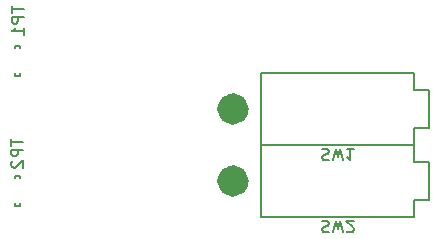
<source format=gbr>
%TF.GenerationSoftware,KiCad,Pcbnew,8.0.8+dfsg-1*%
%TF.CreationDate,2025-07-13T00:01:04+05:30*%
%TF.ProjectId,resistor_board,72657369-7374-46f7-925f-626f6172642e,rev?*%
%TF.SameCoordinates,Original*%
%TF.FileFunction,Legend,Bot*%
%TF.FilePolarity,Positive*%
%FSLAX46Y46*%
G04 Gerber Fmt 4.6, Leading zero omitted, Abs format (unit mm)*
G04 Created by KiCad (PCBNEW 8.0.8+dfsg-1) date 2025-07-13 00:01:04*
%MOMM*%
%LPD*%
G01*
G04 APERTURE LIST*
%ADD10C,0.150000*%
%ADD11C,0.127000*%
%ADD12C,0.152400*%
%ADD13C,1.320000*%
G04 APERTURE END LIST*
D10*
X118431919Y-60073695D02*
X118431919Y-60645123D01*
X119431919Y-60359409D02*
X118431919Y-60359409D01*
X119431919Y-60978457D02*
X118431919Y-60978457D01*
X118431919Y-60978457D02*
X118431919Y-61359409D01*
X118431919Y-61359409D02*
X118479538Y-61454647D01*
X118479538Y-61454647D02*
X118527157Y-61502266D01*
X118527157Y-61502266D02*
X118622395Y-61549885D01*
X118622395Y-61549885D02*
X118765252Y-61549885D01*
X118765252Y-61549885D02*
X118860490Y-61502266D01*
X118860490Y-61502266D02*
X118908109Y-61454647D01*
X118908109Y-61454647D02*
X118955728Y-61359409D01*
X118955728Y-61359409D02*
X118955728Y-60978457D01*
X119431919Y-62502266D02*
X119431919Y-61930838D01*
X119431919Y-62216552D02*
X118431919Y-62216552D01*
X118431919Y-62216552D02*
X118574776Y-62121314D01*
X118574776Y-62121314D02*
X118670014Y-62026076D01*
X118670014Y-62026076D02*
X118717633Y-61930838D01*
X144711767Y-72184400D02*
X144854624Y-72136780D01*
X144854624Y-72136780D02*
X145092719Y-72136780D01*
X145092719Y-72136780D02*
X145187957Y-72184400D01*
X145187957Y-72184400D02*
X145235576Y-72232019D01*
X145235576Y-72232019D02*
X145283195Y-72327257D01*
X145283195Y-72327257D02*
X145283195Y-72422495D01*
X145283195Y-72422495D02*
X145235576Y-72517733D01*
X145235576Y-72517733D02*
X145187957Y-72565352D01*
X145187957Y-72565352D02*
X145092719Y-72612971D01*
X145092719Y-72612971D02*
X144902243Y-72660590D01*
X144902243Y-72660590D02*
X144807005Y-72708209D01*
X144807005Y-72708209D02*
X144759386Y-72755828D01*
X144759386Y-72755828D02*
X144711767Y-72851066D01*
X144711767Y-72851066D02*
X144711767Y-72946304D01*
X144711767Y-72946304D02*
X144759386Y-73041542D01*
X144759386Y-73041542D02*
X144807005Y-73089161D01*
X144807005Y-73089161D02*
X144902243Y-73136780D01*
X144902243Y-73136780D02*
X145140338Y-73136780D01*
X145140338Y-73136780D02*
X145283195Y-73089161D01*
X145616529Y-73136780D02*
X145854624Y-72136780D01*
X145854624Y-72136780D02*
X146045100Y-72851066D01*
X146045100Y-72851066D02*
X146235576Y-72136780D01*
X146235576Y-72136780D02*
X146473672Y-73136780D01*
X147378433Y-72136780D02*
X146807005Y-72136780D01*
X147092719Y-72136780D02*
X147092719Y-73136780D01*
X147092719Y-73136780D02*
X146997481Y-72993923D01*
X146997481Y-72993923D02*
X146902243Y-72898685D01*
X146902243Y-72898685D02*
X146807005Y-72851066D01*
X144711767Y-78280400D02*
X144854624Y-78232780D01*
X144854624Y-78232780D02*
X145092719Y-78232780D01*
X145092719Y-78232780D02*
X145187957Y-78280400D01*
X145187957Y-78280400D02*
X145235576Y-78328019D01*
X145235576Y-78328019D02*
X145283195Y-78423257D01*
X145283195Y-78423257D02*
X145283195Y-78518495D01*
X145283195Y-78518495D02*
X145235576Y-78613733D01*
X145235576Y-78613733D02*
X145187957Y-78661352D01*
X145187957Y-78661352D02*
X145092719Y-78708971D01*
X145092719Y-78708971D02*
X144902243Y-78756590D01*
X144902243Y-78756590D02*
X144807005Y-78804209D01*
X144807005Y-78804209D02*
X144759386Y-78851828D01*
X144759386Y-78851828D02*
X144711767Y-78947066D01*
X144711767Y-78947066D02*
X144711767Y-79042304D01*
X144711767Y-79042304D02*
X144759386Y-79137542D01*
X144759386Y-79137542D02*
X144807005Y-79185161D01*
X144807005Y-79185161D02*
X144902243Y-79232780D01*
X144902243Y-79232780D02*
X145140338Y-79232780D01*
X145140338Y-79232780D02*
X145283195Y-79185161D01*
X145616529Y-79232780D02*
X145854624Y-78232780D01*
X145854624Y-78232780D02*
X146045100Y-78947066D01*
X146045100Y-78947066D02*
X146235576Y-78232780D01*
X146235576Y-78232780D02*
X146473672Y-79232780D01*
X146807005Y-79137542D02*
X146854624Y-79185161D01*
X146854624Y-79185161D02*
X146949862Y-79232780D01*
X146949862Y-79232780D02*
X147187957Y-79232780D01*
X147187957Y-79232780D02*
X147283195Y-79185161D01*
X147283195Y-79185161D02*
X147330814Y-79137542D01*
X147330814Y-79137542D02*
X147378433Y-79042304D01*
X147378433Y-79042304D02*
X147378433Y-78947066D01*
X147378433Y-78947066D02*
X147330814Y-78804209D01*
X147330814Y-78804209D02*
X146759386Y-78232780D01*
X146759386Y-78232780D02*
X147378433Y-78232780D01*
X118399919Y-71327695D02*
X118399919Y-71899123D01*
X119399919Y-71613409D02*
X118399919Y-71613409D01*
X119399919Y-72232457D02*
X118399919Y-72232457D01*
X118399919Y-72232457D02*
X118399919Y-72613409D01*
X118399919Y-72613409D02*
X118447538Y-72708647D01*
X118447538Y-72708647D02*
X118495157Y-72756266D01*
X118495157Y-72756266D02*
X118590395Y-72803885D01*
X118590395Y-72803885D02*
X118733252Y-72803885D01*
X118733252Y-72803885D02*
X118828490Y-72756266D01*
X118828490Y-72756266D02*
X118876109Y-72708647D01*
X118876109Y-72708647D02*
X118923728Y-72613409D01*
X118923728Y-72613409D02*
X118923728Y-72232457D01*
X118495157Y-73184838D02*
X118447538Y-73232457D01*
X118447538Y-73232457D02*
X118399919Y-73327695D01*
X118399919Y-73327695D02*
X118399919Y-73565790D01*
X118399919Y-73565790D02*
X118447538Y-73661028D01*
X118447538Y-73661028D02*
X118495157Y-73708647D01*
X118495157Y-73708647D02*
X118590395Y-73756266D01*
X118590395Y-73756266D02*
X118685633Y-73756266D01*
X118685633Y-73756266D02*
X118828490Y-73708647D01*
X118828490Y-73708647D02*
X119399919Y-73137219D01*
X119399919Y-73137219D02*
X119399919Y-73756266D01*
D11*
%TO.C,TP1*%
X118729200Y-63415600D02*
X119161000Y-63415600D01*
X118729200Y-63600600D02*
X118729200Y-63415600D01*
X118729200Y-65955600D02*
X118729200Y-65770600D01*
X119161000Y-63415600D02*
X119161000Y-63600600D01*
X119161000Y-65770600D02*
X119161000Y-65955600D01*
X119161000Y-65955600D02*
X118729200Y-65955600D01*
D12*
%TO.C,SW1*%
X139568100Y-65759000D02*
X152522100Y-65759000D01*
X139568100Y-71804200D02*
X139568100Y-65759000D01*
X152522100Y-65759000D02*
X152522100Y-67156000D01*
X152522100Y-67156000D02*
X153766700Y-67156000D01*
X152522100Y-70407200D02*
X152522100Y-71804200D01*
X152522100Y-71804200D02*
X139568100Y-71804200D01*
X153766700Y-67156000D02*
X153766700Y-70407200D01*
X153766700Y-70407200D02*
X152522100Y-70407200D01*
D13*
X137815100Y-68781600D02*
G75*
G02*
X136495100Y-68781600I-660000J0D01*
G01*
X136495100Y-68781600D02*
G75*
G02*
X137815100Y-68781600I660000J0D01*
G01*
D12*
%TO.C,SW2*%
X139568100Y-71855000D02*
X152522100Y-71855000D01*
X139568100Y-77900200D02*
X139568100Y-71855000D01*
X152522100Y-71855000D02*
X152522100Y-73252000D01*
X152522100Y-73252000D02*
X153766700Y-73252000D01*
X152522100Y-76503200D02*
X152522100Y-77900200D01*
X152522100Y-77900200D02*
X139568100Y-77900200D01*
X153766700Y-73252000D02*
X153766700Y-76503200D01*
X153766700Y-76503200D02*
X152522100Y-76503200D01*
D13*
X137815100Y-74877600D02*
G75*
G02*
X136495100Y-74877600I-660000J0D01*
G01*
X136495100Y-74877600D02*
G75*
G02*
X137815100Y-74877600I660000J0D01*
G01*
D11*
%TO.C,TP2*%
X118729200Y-74415600D02*
X119161000Y-74415600D01*
X118729200Y-74600600D02*
X118729200Y-74415600D01*
X118729200Y-76955600D02*
X118729200Y-76770600D01*
X119161000Y-74415600D02*
X119161000Y-74600600D01*
X119161000Y-76770600D02*
X119161000Y-76955600D01*
X119161000Y-76955600D02*
X118729200Y-76955600D01*
%TD*%
M02*

</source>
